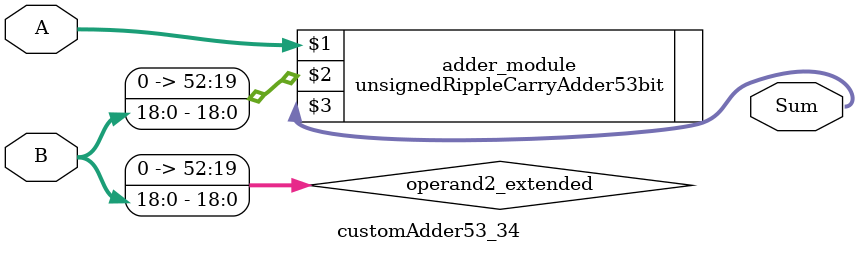
<source format=v>
module customAdder53_34(
                        input [52 : 0] A,
                        input [18 : 0] B,
                        
                        output [53 : 0] Sum
                );

        wire [52 : 0] operand2_extended;
        
        assign operand2_extended =  {34'b0, B};
        
        unsignedRippleCarryAdder53bit adder_module(
            A,
            operand2_extended,
            Sum
        );
        
        endmodule
        
</source>
